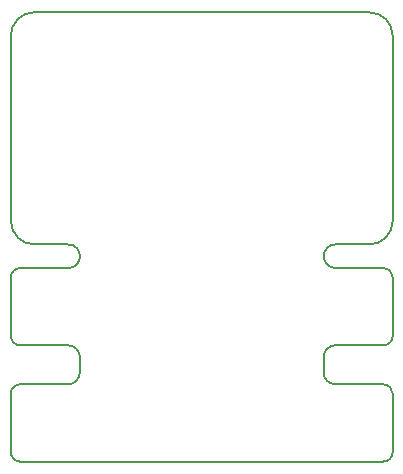
<source format=gbp>
G04*
G04 #@! TF.GenerationSoftware,Altium Limited,Altium Designer,21.5.1 (32)*
G04*
G04 Layer_Color=128*
%FSAX25Y25*%
%MOIN*%
G70*
G04*
G04 #@! TF.SameCoordinates,E145FAAA-776B-438C-AE4F-039C15631CA5*
G04*
G04*
G04 #@! TF.FilePolarity,Positive*
G04*
G01*
G75*
%ADD13C,0.00787*%
D13*
X-0063660Y0003150D02*
G03*
X-0060510Y-0000000I0003145J-0000004D01*
G01*
X0063660Y0141890D02*
G03*
X0055785Y0149764I-0007874J0000000D01*
G01*
X-0040628Y0034803D02*
G03*
X-0044565Y0038740I-0003937J-0000000D01*
G01*
X0055785Y0072366D02*
G03*
X0063660Y0080240I-0000003J0007877D01*
G01*
X-0060510Y0025748D02*
G03*
X-0063660Y0022598I-0000004J-0003145D01*
G01*
X0040628Y0029687D02*
G03*
X0044565Y0025748I0003939J0000000D01*
G01*
X-0044565Y0064488D02*
G03*
X-0044565Y0072366I-0000002J0003939D01*
G01*
X0060510Y0038740D02*
G03*
X0063660Y0041890I0000004J0003145D01*
G01*
X0044569Y0072366D02*
G03*
X0044565Y0064488I-0000002J-0003939D01*
G01*
X-0063656Y0080240D02*
G03*
X-0055782Y0072366I0007877J0000003D01*
G01*
X-0060510Y0064488D02*
G03*
X-0063660Y0061339I-0000004J-0003145D01*
G01*
X-0044565Y0025748D02*
G03*
X-0040628Y0029687I-0000002J0003939D01*
G01*
X0060510Y0000000D02*
G03*
X0063660Y0003150I0000004J0003145D01*
G01*
X0044565Y0038740D02*
G03*
X0040628Y0034803I0000000J-0003937D01*
G01*
X-0055782Y0149764D02*
G03*
X-0063656Y0141890I0000000J-0007874D01*
G01*
X-0063660Y0041890D02*
G03*
X-0060510Y0038740I0003145J-0000004D01*
G01*
X0063660Y0061339D02*
G03*
X0060510Y0064488I-0003145J0000004D01*
G01*
X0063660Y0022598D02*
G03*
X0060510Y0025748I-0003145J0000004D01*
G01*
X-0063660Y0041890D02*
Y0061339D01*
X0044569Y0072366D02*
X0055785D01*
X0063660Y0003150D02*
Y0022598D01*
X-0060510Y0038740D02*
X-0044565D01*
X0063660Y0080240D02*
Y0141890D01*
X0044565Y0025748D02*
X0060510D01*
X-0055782Y0149764D02*
X0055785D01*
X-0040628Y0029687D02*
Y0034803D01*
X0040628Y0029687D02*
Y0034803D01*
X-0063656Y0080240D02*
Y0141890D01*
X-0060510Y0025748D02*
X-0044565D01*
X0044565Y0038740D02*
X0060510D01*
X-0055782Y0072366D02*
X-0044565D01*
X-0063660Y0003150D02*
Y0022598D01*
X0063660Y0041890D02*
Y0061339D01*
X-0060510Y0064488D02*
X-0044565D01*
X0044565D02*
X0060510D01*
X-0060510Y0000000D02*
X0060510D01*
M02*

</source>
